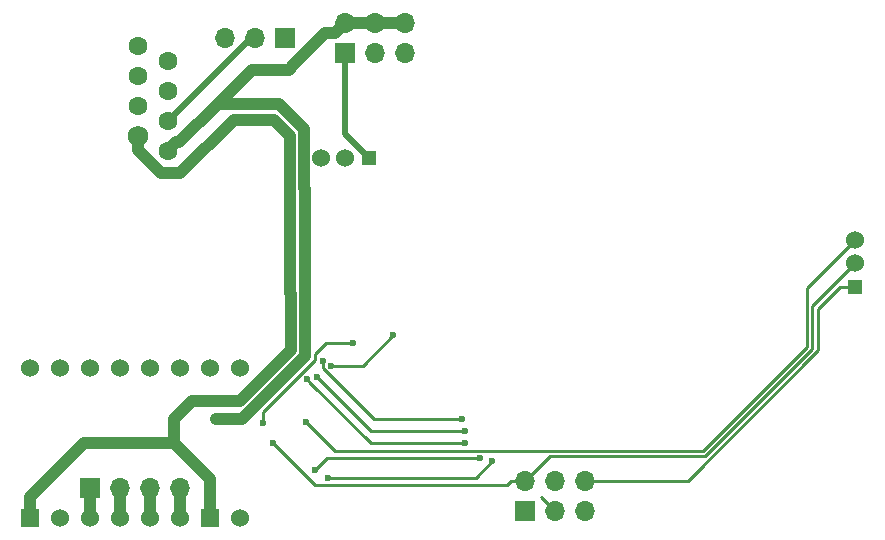
<source format=gbl>
G04 #@! TF.FileFunction,Copper,L2,Bot,Signal*
%FSLAX46Y46*%
G04 Gerber Fmt 4.6, Leading zero omitted, Abs format (unit mm)*
G04 Created by KiCad (PCBNEW 4.0.6) date 08/22/17 00:05:49*
%MOMM*%
%LPD*%
G01*
G04 APERTURE LIST*
%ADD10C,0.100000*%
%ADD11R,1.200000X1.300000*%
%ADD12C,1.524000*%
%ADD13R,1.700000X1.700000*%
%ADD14O,1.700000X1.700000*%
%ADD15R,1.524000X1.524000*%
%ADD16R,1.300000X1.200000*%
%ADD17C,1.600000*%
%ADD18C,1.750000*%
%ADD19C,0.600000*%
%ADD20C,0.250000*%
%ADD21C,0.500000*%
%ADD22C,1.000000*%
G04 APERTURE END LIST*
D10*
D11*
X29940000Y31750000D03*
D12*
X27940000Y31750000D03*
X25940000Y31750000D03*
D13*
X22860000Y41910000D03*
D14*
X20320000Y41910000D03*
X17780000Y41910000D03*
D15*
X1270000Y1270000D03*
D12*
X3810000Y1270000D03*
X6350000Y1270000D03*
X8890000Y1270000D03*
X11430000Y1270000D03*
X13970000Y1270000D03*
D15*
X16510000Y1270000D03*
D12*
X19050000Y1270000D03*
X19050000Y13970000D03*
X16510000Y13970000D03*
X13970000Y13970000D03*
X11430000Y13970000D03*
X8890000Y13970000D03*
X6350000Y13970000D03*
X3810000Y13970000D03*
X1270000Y13970000D03*
D13*
X43180000Y1905000D03*
D14*
X43180000Y4445000D03*
X45720000Y1905000D03*
X45720000Y4445000D03*
X48260000Y1905000D03*
X48260000Y4445000D03*
D13*
X6350000Y3810000D03*
D14*
X8890000Y3810000D03*
X11430000Y3810000D03*
X13970000Y3810000D03*
D13*
X27940000Y40640000D03*
D14*
X27940000Y43180000D03*
X30480000Y40640000D03*
X30480000Y43180000D03*
X33020000Y40640000D03*
X33020000Y43180000D03*
D16*
X71120000Y20860000D03*
D12*
X71120000Y22860000D03*
X71120000Y24860000D03*
D17*
X10414000Y41275000D03*
X12954000Y40005000D03*
X10414000Y38735000D03*
X12954000Y37465000D03*
X10414000Y36195000D03*
X12954000Y34925000D03*
D18*
X10414000Y33655000D03*
D17*
X12954000Y32385000D03*
D19*
X21844000Y7620000D03*
X23374485Y15424979D03*
X23368000Y19812000D03*
X10922000Y7620000D03*
X17018000Y9652000D03*
X24638000Y9398000D03*
X25400000Y5334000D03*
X39370000Y6350000D03*
X26453683Y4708990D03*
X40386000Y6096000D03*
X21013545Y9334354D03*
X28573155Y16127154D03*
X24677905Y13047119D03*
X38100000Y7620000D03*
X25530596Y13232687D03*
X38100000Y8636000D03*
X26042378Y14586694D03*
X37846000Y9652000D03*
X26759598Y14187446D03*
X32004000Y16764000D03*
D20*
X45259990Y6524990D02*
X44029999Y5294999D01*
X67460011Y19200011D02*
X67460011Y15573600D01*
X44029999Y5294999D02*
X43180000Y4445000D01*
X67460011Y15573600D02*
X58411401Y6524990D01*
X71120000Y22860000D02*
X67460011Y19200011D01*
X58411401Y6524990D02*
X45259990Y6524990D01*
D21*
X12954000Y34925000D02*
X19939000Y41910000D01*
X19939000Y41910000D02*
X20320000Y41910000D01*
D20*
X41977919Y4445000D02*
X43180000Y4445000D01*
X41616907Y4083988D02*
X41977919Y4445000D01*
X25380012Y4083988D02*
X41616907Y4083988D01*
X21844000Y7620000D02*
X25380012Y4083988D01*
X68000000Y15477179D02*
X56967821Y4445000D01*
X69860000Y20860000D02*
X68000000Y19000000D01*
X68000000Y19000000D02*
X68000000Y15477179D01*
X71120000Y20860000D02*
X69860000Y20860000D01*
X71120000Y20860000D02*
X70220000Y20860000D01*
X49462081Y4445000D02*
X48260000Y4445000D01*
X56967821Y4445000D02*
X49462081Y4445000D01*
D22*
X23368000Y19812000D02*
X23368000Y20236264D01*
X10414000Y32417564D02*
X10414000Y33655000D01*
X23368000Y20236264D02*
X23277988Y20326276D01*
X23277988Y20326276D02*
X23277988Y33622012D01*
X18500000Y35000000D02*
X14000000Y30500000D01*
X23277988Y33622012D02*
X21900000Y35000000D01*
X21900000Y35000000D02*
X18500000Y35000000D01*
X14000000Y30500000D02*
X12331564Y30500000D01*
X12331564Y30500000D02*
X10414000Y32417564D01*
D20*
X23368000Y15494000D02*
X23368000Y15431464D01*
X23368000Y15431464D02*
X23374485Y15424979D01*
D22*
X23368000Y19812000D02*
X23368000Y15494000D01*
X5858000Y7620000D02*
X10922000Y7620000D01*
X10922000Y7620000D02*
X13462000Y7620000D01*
X14986000Y11176000D02*
X13462000Y9652000D01*
X13462000Y9652000D02*
X13462000Y7620000D01*
X19050000Y11176000D02*
X14986000Y11176000D01*
X23368000Y15494000D02*
X19050000Y11176000D01*
X13462000Y7620000D02*
X16510000Y4572000D01*
X16510000Y4572000D02*
X16510000Y1270000D01*
X1270000Y1270000D02*
X1270000Y3032000D01*
X1270000Y3032000D02*
X5858000Y7620000D01*
D21*
X27940000Y40640000D02*
X27940000Y33800000D01*
X27940000Y33800000D02*
X29940000Y31800000D01*
X29940000Y31800000D02*
X29940000Y31750000D01*
D22*
X24568011Y14996940D02*
X24568011Y29129060D01*
X17018000Y9652000D02*
X19223071Y9652000D01*
X19223071Y9652000D02*
X24568011Y14996940D01*
X24477999Y34219072D02*
X22375071Y36322000D01*
X24568011Y29129060D02*
X24477999Y29219072D01*
X22375071Y36322000D02*
X17143000Y36322000D01*
X24477999Y29219072D02*
X24477999Y34219072D01*
X13917199Y33096199D02*
X13665199Y33096199D01*
X13665199Y33096199D02*
X12954000Y32385000D01*
X17143000Y36322000D02*
X20066000Y39245000D01*
X13917199Y33096199D02*
X17143000Y36322000D01*
X23622000Y39711998D02*
X26240003Y42330001D01*
X23155002Y39245000D02*
X23622000Y39711998D01*
X20066000Y39245000D02*
X23155002Y39245000D01*
X27090001Y42330001D02*
X27940000Y43180000D01*
X26240003Y42330001D02*
X27090001Y42330001D01*
X33020000Y43180000D02*
X30480000Y43180000D01*
X27940000Y43180000D02*
X30480000Y43180000D01*
D20*
X45720000Y1905000D02*
X44544999Y3080001D01*
D22*
X6350000Y3810000D02*
X6350000Y1270000D01*
X8890000Y3810000D02*
X8890000Y1270000D01*
X11430000Y3810000D02*
X11430000Y1270000D01*
X13970000Y3810000D02*
X13970000Y1270000D01*
D20*
X24638000Y9398000D02*
X27060999Y6975001D01*
X27060999Y6975001D02*
X58225001Y6975001D01*
X58225001Y6975001D02*
X67010000Y15760000D01*
X67010000Y15760000D02*
X67010000Y20750000D01*
X67010000Y20750000D02*
X71120000Y24860000D01*
X39370000Y6350000D02*
X26416000Y6350000D01*
X26416000Y6350000D02*
X25400000Y5334000D01*
X38998990Y4708990D02*
X26453683Y4708990D01*
X40386000Y6096000D02*
X38998990Y4708990D01*
X21013545Y9758618D02*
X21013545Y9334354D01*
X25393022Y15163210D02*
X25393022Y14655210D01*
X26356966Y16127154D02*
X25393022Y15163210D01*
X25393022Y14655210D02*
X21013545Y10275733D01*
X21013545Y10275733D02*
X21013545Y9758618D01*
X28573155Y16127154D02*
X26356966Y16127154D01*
X30105024Y7620000D02*
X24977904Y12747120D01*
X38100000Y7620000D02*
X30105024Y7620000D01*
X24977904Y12747120D02*
X24677905Y13047119D01*
X25830595Y12932688D02*
X25530596Y13232687D01*
X30127283Y8636000D02*
X25830595Y12932688D01*
X38100000Y8636000D02*
X30127283Y8636000D01*
X26042378Y14162430D02*
X26042378Y14586694D01*
X30379327Y9652000D02*
X26042378Y13988949D01*
X26042378Y13988949D02*
X26042378Y14162430D01*
X37846000Y9652000D02*
X30379327Y9652000D01*
X29427446Y14187446D02*
X26759598Y14187446D01*
X32004000Y16764000D02*
X29427446Y14187446D01*
M02*

</source>
